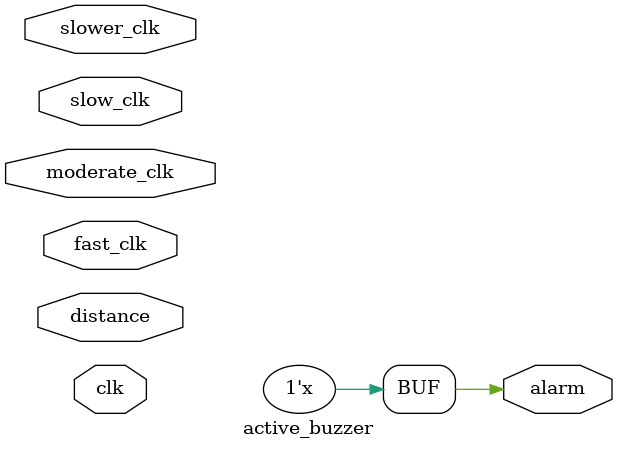
<source format=v>
module active_buzzer(
	input clk,
	input slower_clk, 
	input slow_clk, 
	input moderate_clk, 
	input fast_clk,
	input [7:0] distance,
	output reg alarm);	
	
	
	// 4 different clocks to implement 4 different rate of beeping
	
	
	
	
	// sound off when a certain value exceeds threshhold
	
	always@(clk)
	begin
		if(distance == 8'd5 && slower_clk == 1'b1) // slow beep
		begin	
			alarm <= ~alarm;
		end
		
		else if(distance == 8'd4 && slow_clk == 1'b1) // slighty faster beep
		begin	
			alarm <= ~alarm;
		end	
		else if(distance == 8'd3 && moderate_clk == 1'b1) //  faster beep
		begin	
			alarm <= ~alarm;
		end	
		else if(distance == 8'd2 && fast_clk == 1'b1) // fast  beep
		begin	
			alarm <= ~alarm;
		end	
		else if(distance == 8'd1 || distance == 8'd0)  // flat tone
		begin	
			alarm <= ~alarm;
		end
		
	end
	
endmodule
	
</source>
